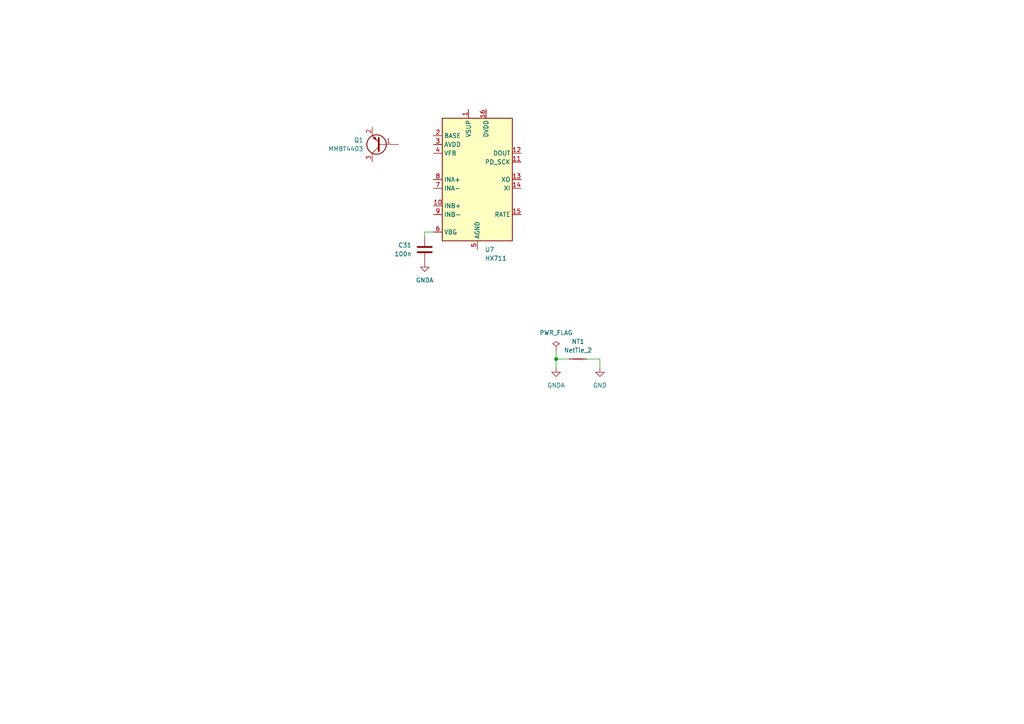
<source format=kicad_sch>
(kicad_sch (version 20230121) (generator eeschema)
  (paper "A4")
  (lib_symbols
    (symbol "Analog_ADC:HX711"
      (property "Reference" "U" (at 5.08 21.59 0))
      (property "Value" "HX711" (at 7.62 19.05 0))
      (symbol "HX711_0_1"
        (rectangle (start -10.16 17.78) (end 10.16 -17.78) (stroke (width 0.254)) (fill (type background)))
      )
      (symbol "HX711_1_1"
        (pin power_in line (at -2.54 20.32 270) (length 2.54) (name "VSUP") (number "1"))
        (pin input line (at -12.7 -7.62 0) (length 2.54) (name "INB+") (number "10"))
        (pin input line (at 12.7 5.08 180) (length 2.54) (name "PD_SCK") (number "11"))
        (pin output line (at 12.7 7.62 180) (length 2.54) (name "DOUT") (number "12"))
        (pin passive line (at 12.7 0 180) (length 2.54) (name "XO") (number "13"))
        (pin passive line (at 12.7 -2.54 180) (length 2.54) (name "XI") (number "14"))
        (pin input line (at 12.7 -10.16 180) (length 2.54) (name "RATE") (number "15"))
        (pin power_in line (at 2.54 20.32 270) (length 2.54) (name "DVDD") (number "16"))
        (pin passive line (at -12.7 12.7 0) (length 2.54) (name "BASE") (number "2"))
        (pin power_in line (at -12.7 10.16 0) (length 2.54) (name "AVDD") (number "3"))
        (pin input line (at -12.7 7.62 0) (length 2.54) (name "VFB") (number "4"))
        (pin power_in line (at 0 -20.32 90) (length 2.54) (name "AGND") (number "5"))
        (pin passive line (at -12.7 -15.24 0) (length 2.54) (name "VBG") (number "6"))
        (pin input line (at -12.7 -2.54 0) (length 2.54) (name "INA-") (number "7"))
        (pin input line (at -12.7 0 0) (length 2.54) (name "INA+") (number "8"))
        (pin input line (at -12.7 -10.16 0) (length 2.54) (name "INB-") (number "9"))
      )
    )
    (symbol "Device:C" (pin_numbers hide) (pin_names (offset 0.254))
      (property "Reference" "C" (at 0.635 2.54 0))
      (property "Value" "C" (at 0.635 -2.54 0))
      (symbol "C_0_1"
        (polyline (pts (xy -2.032 -0.762) (xy 2.032 -0.762)) (stroke (width 0.508)))
        (polyline (pts (xy -2.032 0.762) (xy 2.032 0.762)) (stroke (width 0.508)))
      )
      (symbol "C_1_1"
        (pin passive line (at 0 3.81 270) (length 2.794) (name "~") (number "1"))
        (pin passive line (at 0 -3.81 90) (length 2.794) (name "~") (number "2"))
      )
    )
    (symbol "Device:NetTie_2" (pin_numbers hide) (pin_names (offset 0) hide) (in_bom no)
      (property "Reference" "NT" (at 0 1.27 0))
      (property "Value" "NetTie_2" (at 0 -1.27 0))
      (symbol "NetTie_2_0_1"
        (polyline (pts (xy -1.27 0) (xy 1.27 0)) (stroke (width 0.254)))
      )
      (symbol "NetTie_2_1_1"
        (pin passive line (at -2.54 0 0) (length 2.54) (name "1") (number "1"))
        (pin passive line (at 2.54 0 180) (length 2.54) (name "2") (number "2"))
      )
    )
    (symbol "Transistor_BJT:MMBT3906" (pin_names (offset 0) hide)
      (property "Reference" "Q" (at 5.08 1.905 0))
      (property "Value" "MMBT3906" (at 5.08 0 0))
      (symbol "MMBT3906_0_1"
        (polyline (pts (xy 0.635 0.635) (xy 2.54 2.54)))
        (polyline (pts (xy 0.635 -0.635) (xy 2.54 -2.54) (xy 2.54 -2.54)))
        (polyline (pts (xy 0.635 1.905) (xy 0.635 -1.905) (xy 0.635 -1.905)) (stroke (width 0.508)))
        (polyline (pts (xy 2.286 -1.778) (xy 1.778 -2.286) (xy 1.27 -1.27) (xy 2.286 -1.778) (xy 2.286 -1.778)) (fill (type outline)))
        (circle (center 1.27 0) (radius 2.8194) (stroke (width 0.254)))
      )
      (symbol "MMBT3906_1_1"
        (pin input line (at -5.08 0 0) (length 5.715) (name "B") (number "1"))
        (pin passive line (at 2.54 -5.08 90) (length 2.54) (name "E") (number "2"))
        (pin passive line (at 2.54 5.08 270) (length 2.54) (name "C") (number "3"))
      )
    )
    (symbol "power:GND" (power) (pin_names (offset 0))
      (property "Value" "GND" (at 0 -3.81 0))
      (symbol "GND_0_1"
        (polyline (pts (xy 0 0) (xy 0 -1.27) (xy 1.27 -1.27) (xy 0 -2.54) (xy -1.27 -1.27) (xy 0 -1.27)))
      )
      (symbol "GND_1_1"
        (pin power_in line (at 0 0 270) (length 0) hide (name "GND") (number "1"))
      )
    )
    (symbol "power:GNDA" (power) (pin_names (offset 0))
      (property "Value" "GNDA" (at 0 -3.81 0))
      (symbol "GNDA_0_1"
        (polyline (pts (xy 0 0) (xy 0 -1.27) (xy 1.27 -1.27) (xy 0 -2.54) (xy -1.27 -1.27) (xy 0 -1.27)))
      )
      (symbol "GNDA_1_1"
        (pin power_in line (at 0 0 270) (length 0) hide (name "GNDA") (number "1"))
      )
    )
    (symbol "power:PWR_FLAG" (power) (pin_numbers hide) (pin_names (offset 0) hide)
      (property "Value" "PWR_FLAG" (at 0 3.81 0))
      (symbol "PWR_FLAG_0_0"
        (pin power_out line (at 0 0 90) (length 0) (name "pwr") (number "1"))
      )
      (symbol "PWR_FLAG_0_1"
        (polyline (pts (xy 0 0) (xy 0 1.27) (xy -1.016 1.905) (xy 0 2.54) (xy 1.016 1.905) (xy 0 1.27)))
      )
    )
  )
  (junction (at 161.29 104.14))
  (wire (pts (xy 161.29 101.6) (xy 161.29 104.14)))
  (wire (pts (xy 161.29 104.14) (xy 165.1 104.14)))
  (wire (pts (xy 170.18 104.14) (xy 173.99 104.14)))
  (wire (pts (xy 161.29 106.68) (xy 161.29 104.14)))
  (wire (pts (xy 125.73 67.31) (xy 123.19 67.31)))
  (wire (pts (xy 123.19 67.31) (xy 123.19 68.58)))
  (wire (pts (xy 173.99 104.14) (xy 173.99 106.68)))
  (symbol (lib_id "Analog_ADC:HX711") (at 138.43 52.07 0) (unit 1)
    (property "Reference" "U7" (at 140.6241 72.39 0) (effects (justify left)))
    (property "Value" "HX711" (at 140.6241 74.93 0) (effects (justify left)))
    (property "Footprint" "Package_SO:SOP-16_3.9x9.9mm_P1.27mm" (effects hide))
    (property "Datasheet" "https://cdn.sparkfun.com/datasheets/Sensors/ForceFlex/hx711_english.pdf" (effects hide))
  )
  (symbol (lib_id "power:GNDA") (at 123.19 76.2 0) (unit 1)
    (property "Reference" "#PWR035" (effects hide))
    (property "Value" "GNDA" (at 123.19 81.28 0))
  )
  (symbol (lib_id "power:GND") (at 173.99 106.68 0) (unit 1)
    (property "Reference" "#PWR039" (effects hide))
    (property "Value" "GND" (at 173.99 111.76 0))
  )
  (symbol (lib_id "Device:C") (at 123.19 72.39 0) (mirror y) (unit 1)
    (property "Reference" "C31" (at 119.38 71.12 0) (effects (justify left)))
    (property "Value" "100n" (at 119.38 73.66 0) (effects (justify left)))
  )
  (symbol (lib_id "power:GNDA") (at 161.29 106.68 0) (unit 1)
    (property "Reference" "#PWR037" (effects hide))
    (property "Value" "GNDA" (at 161.29 111.76 0))
  )
  (symbol (lib_id "Transistor_BJT:MMBT3906") (at 110.49 41.91 180) (unit 1)
    (property "Reference" "Q1" (at 105.41 40.64 0) (effects (justify left)))
    (property "Value" "MMBT4403" (at 105.41 43.18 0) (effects (justify left)))
    (property "Footprint" "Package_TO_SOT_SMD:SOT-23" (effects hide))
    (property "Datasheet" "https://www.onsemi.com/pdf/datasheet/pzt3906-d.pdf" (effects hide))
  )
  (symbol (lib_id "power:PWR_FLAG") (at 161.29 101.6 0) (unit 1)
    (property "Reference" "#FLG02" (effects hide))
    (property "Value" "PWR_FLAG" (at 161.29 96.52 0))
  )
  (symbol (lib_id "Device:NetTie_2") (at 167.64 104.14 0) (unit 1) (in_bom no)
    (property "Reference" "NT1" (at 167.64 99.06 0))
    (property "Value" "NetTie_2" (at 167.64 101.6 0))
  )
)
</source>
